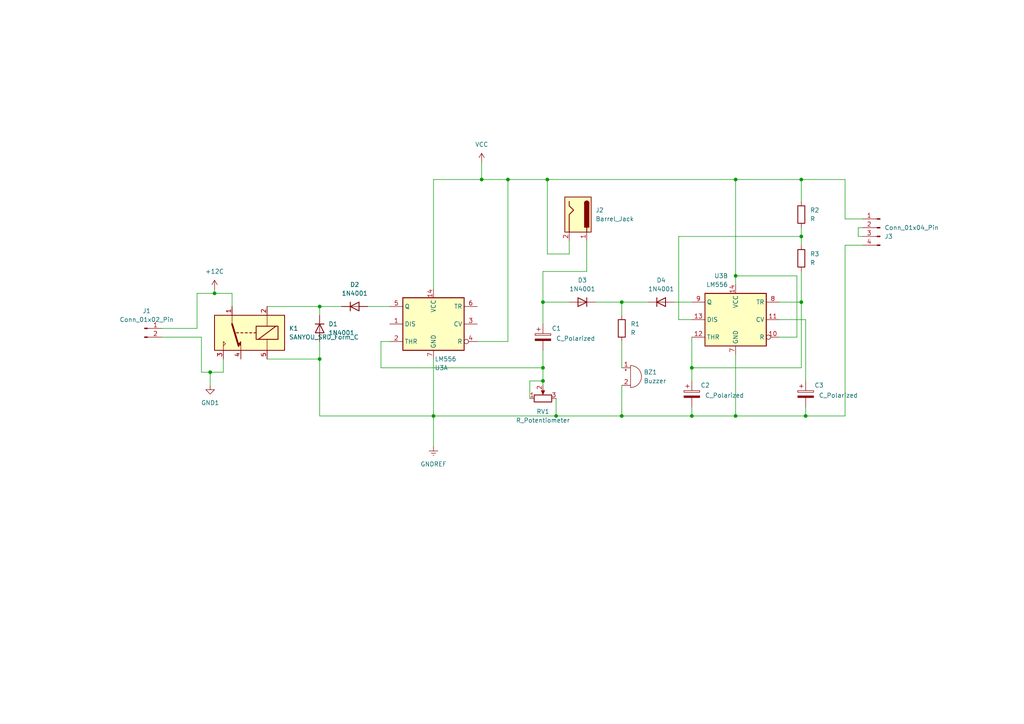
<source format=kicad_sch>
(kicad_sch (version 20230121) (generator eeschema)
  (paper "A4")
  (lib_symbols
    (symbol "Connector:Barrel_Jack" (pin_names (offset 1.016))
      (property "Reference" "J" (at 0 5.334 0))
      (property "Value" "Barrel_Jack" (at 0 -5.08 0))
      (symbol "Barrel_Jack_0_1"
        (rectangle (start -5.08 3.81) (end 5.08 -3.81) (stroke (width 0.254)) (fill (type background)))
        (arc (start -3.302 3.175) (mid -3.9343 2.54) (end -3.302 1.905) (stroke (width 0.254)))
        (arc (start -3.302 3.175) (mid -3.9343 2.54) (end -3.302 1.905) (stroke (width 0.254)) (fill (type outline)))
        (polyline (pts (xy 5.08 2.54) (xy 3.81 2.54)) (stroke (width 0.254)))
        (polyline (pts (xy -3.81 -2.54) (xy -2.54 -2.54) (xy -1.27 -1.27) (xy 0 -2.54) (xy 2.54 -2.54) (xy 5.08 -2.54)) (stroke (width 0.254)))
        (rectangle (start 3.683 3.175) (end -3.302 1.905) (stroke (width 0.254)) (fill (type outline)))
      )
      (symbol "Barrel_Jack_1_1"
        (pin passive line (at 7.62 2.54 180) (length 2.54) (name "~") (number "1"))
        (pin passive line (at 7.62 -2.54 180) (length 2.54) (name "~") (number "2"))
      )
    )
    (symbol "Connector:Conn_01x02_Pin" (pin_names (offset 1.016) hide)
      (property "Reference" "J" (at 0 2.54 0))
      (property "Value" "Conn_01x02_Pin" (at 0 -5.08 0))
      (symbol "Conn_01x02_Pin_1_1"
        (polyline (pts (xy 1.27 -2.54) (xy 0.8636 -2.54)) (stroke (width 0.1524)))
        (polyline (pts (xy 1.27 0) (xy 0.8636 0)) (stroke (width 0.1524)))
        (rectangle (start 0.8636 -2.413) (end 0 -2.667) (stroke (width 0.1524)) (fill (type outline)))
        (rectangle (start 0.8636 0.127) (end 0 -0.127) (stroke (width 0.1524)) (fill (type outline)))
        (pin passive line (at 5.08 0 180) (length 3.81) (name "Pin_1") (number "1"))
        (pin passive line (at 5.08 -2.54 180) (length 3.81) (name "Pin_2") (number "2"))
      )
    )
    (symbol "Connector:Conn_01x04_Pin" (pin_names (offset 1.016) hide)
      (property "Reference" "J" (at 0 5.08 0))
      (property "Value" "Conn_01x04_Pin" (at 0 -7.62 0))
      (symbol "Conn_01x04_Pin_1_1"
        (polyline (pts (xy 1.27 -5.08) (xy 0.8636 -5.08)) (stroke (width 0.1524)))
        (polyline (pts (xy 1.27 -2.54) (xy 0.8636 -2.54)) (stroke (width 0.1524)))
        (polyline (pts (xy 1.27 0) (xy 0.8636 0)) (stroke (width 0.1524)))
        (polyline (pts (xy 1.27 2.54) (xy 0.8636 2.54)) (stroke (width 0.1524)))
        (rectangle (start 0.8636 -4.953) (end 0 -5.207) (stroke (width 0.1524)) (fill (type outline)))
        (rectangle (start 0.8636 -2.413) (end 0 -2.667) (stroke (width 0.1524)) (fill (type outline)))
        (rectangle (start 0.8636 0.127) (end 0 -0.127) (stroke (width 0.1524)) (fill (type outline)))
        (rectangle (start 0.8636 2.667) (end 0 2.413) (stroke (width 0.1524)) (fill (type outline)))
        (pin passive line (at 5.08 2.54 180) (length 3.81) (name "Pin_1") (number "1"))
        (pin passive line (at 5.08 0 180) (length 3.81) (name "Pin_2") (number "2"))
        (pin passive line (at 5.08 -2.54 180) (length 3.81) (name "Pin_3") (number "3"))
        (pin passive line (at 5.08 -5.08 180) (length 3.81) (name "Pin_4") (number "4"))
      )
    )
    (symbol "Device:Buzzer" (pin_names (offset 0.0254) hide)
      (property "Reference" "BZ" (at 3.81 1.27 0))
      (property "Value" "Buzzer" (at 3.81 -1.27 0))
      (symbol "Buzzer_0_1"
        (arc (start 0 -3.175) (mid 3.1612 0) (end 0 3.175))
        (polyline (pts (xy -1.651 1.905) (xy -1.143 1.905)))
        (polyline (pts (xy -1.397 2.159) (xy -1.397 1.651)))
        (polyline (pts (xy 0 3.175) (xy 0 -3.175)))
      )
      (symbol "Buzzer_1_1"
        (pin passive line (at -2.54 2.54 0) (length 2.54) (name "-") (number "1"))
        (pin passive line (at -2.54 -2.54 0) (length 2.54) (name "+") (number "2"))
      )
    )
    (symbol "Device:C_Polarized" (pin_numbers hide) (pin_names (offset 0.254))
      (property "Reference" "C" (at 0.635 2.54 0))
      (property "Value" "C_Polarized" (at 0.635 -2.54 0))
      (symbol "C_Polarized_0_1"
        (rectangle (start -2.286 0.508) (end 2.286 1.016))
        (polyline (pts (xy -1.778 2.286) (xy -0.762 2.286)))
        (polyline (pts (xy -1.27 2.794) (xy -1.27 1.778)))
        (rectangle (start 2.286 -0.508) (end -2.286 -1.016) (fill (type outline)))
      )
      (symbol "C_Polarized_1_1"
        (pin passive line (at 0 3.81 270) (length 2.794) (name "~") (number "1"))
        (pin passive line (at 0 -3.81 90) (length 2.794) (name "~") (number "2"))
      )
    )
    (symbol "Device:R" (pin_numbers hide) (pin_names (offset 0))
      (property "Reference" "R" (at 2.032 0 90))
      (property "Value" "R" (at 0 0 90))
      (symbol "R_0_1"
        (rectangle (start -1.016 -2.54) (end 1.016 2.54) (stroke (width 0.254)))
      )
      (symbol "R_1_1"
        (pin passive line (at 0 3.81 270) (length 1.27) (name "~") (number "1"))
        (pin passive line (at 0 -3.81 90) (length 1.27) (name "~") (number "2"))
      )
    )
    (symbol "Device:R_Potentiometer" (pin_names (offset 1.016) hide)
      (property "Reference" "RV" (at -4.445 0 90))
      (property "Value" "R_Potentiometer" (at -2.54 0 90))
      (symbol "R_Potentiometer_0_1"
        (polyline (pts (xy 2.54 0) (xy 1.524 0)))
        (polyline (pts (xy 1.143 0) (xy 2.286 0.508) (xy 2.286 -0.508) (xy 1.143 0)) (fill (type outline)))
        (rectangle (start 1.016 2.54) (end -1.016 -2.54) (stroke (width 0.254)))
      )
      (symbol "R_Potentiometer_1_1"
        (pin passive line (at 0 3.81 270) (length 1.27) (name "1") (number "1"))
        (pin passive line (at 3.81 0 180) (length 1.27) (name "2") (number "2"))
        (pin passive line (at 0 -3.81 90) (length 1.27) (name "3") (number "3"))
      )
    )
    (symbol "Diode:1N4001" (pin_numbers hide) (pin_names hide)
      (property "Reference" "D" (at 0 2.54 0))
      (property "Value" "1N4001" (at 0 -2.54 0))
      (symbol "1N4001_0_1"
        (polyline (pts (xy -1.27 1.27) (xy -1.27 -1.27)) (stroke (width 0.254)))
        (polyline (pts (xy 1.27 0) (xy -1.27 0)))
        (polyline (pts (xy 1.27 1.27) (xy 1.27 -1.27) (xy -1.27 0) (xy 1.27 1.27)) (stroke (width 0.254)))
      )
      (symbol "1N4001_1_1"
        (pin passive line (at -3.81 0 0) (length 2.54) (name "K") (number "1"))
        (pin passive line (at 3.81 0 180) (length 2.54) (name "A") (number "2"))
      )
    )
    (symbol "Relay:SANYOU_SRD_Form_C"
      (property "Reference" "K" (at 11.43 3.81 0))
      (property "Value" "SANYOU_SRD_Form_C" (at 11.43 1.27 0))
      (symbol "SANYOU_SRD_Form_C_0_0"
        (polyline (pts (xy 7.62 5.08) (xy 7.62 2.54) (xy 6.985 3.175) (xy 7.62 3.81)))
      )
      (symbol "SANYOU_SRD_Form_C_0_1"
        (rectangle (start -10.16 5.08) (end 10.16 -5.08) (stroke (width 0.254)) (fill (type background)))
        (rectangle (start -8.255 1.905) (end -1.905 -1.905) (stroke (width 0.254)))
        (polyline (pts (xy -7.62 -1.905) (xy -2.54 1.905)) (stroke (width 0.254)))
        (polyline (pts (xy -5.08 -5.08) (xy -5.08 -1.905)))
        (polyline (pts (xy -5.08 5.08) (xy -5.08 1.905)))
        (polyline (pts (xy -1.905 0) (xy -1.27 0)) (stroke (width 0.254)))
        (polyline (pts (xy -0.635 0) (xy 0 0)) (stroke (width 0.254)))
        (polyline (pts (xy 0.635 0) (xy 1.27 0)) (stroke (width 0.254)))
        (polyline (pts (xy 1.905 0) (xy 2.54 0)) (stroke (width 0.254)))
        (polyline (pts (xy 3.175 0) (xy 3.81 0)) (stroke (width 0.254)))
        (polyline (pts (xy 5.08 -2.54) (xy 3.175 3.81)) (stroke (width 0.508)))
        (polyline (pts (xy 5.08 -2.54) (xy 5.08 -5.08)))
      )
      (symbol "SANYOU_SRD_Form_C_1_1"
        (polyline (pts (xy 2.54 3.81) (xy 3.175 3.175) (xy 2.54 2.54) (xy 2.54 5.08)) (fill (type outline)))
        (pin passive line (at 5.08 -7.62 90) (length 2.54) (name "~") (number "1"))
        (pin passive line (at -5.08 -7.62 90) (length 2.54) (name "~") (number "2"))
        (pin passive line (at 7.62 7.62 270) (length 2.54) (name "~") (number "3"))
        (pin passive line (at 2.54 7.62 270) (length 2.54) (name "~") (number "4"))
        (pin passive line (at -5.08 7.62 270) (length 2.54) (name "~") (number "5"))
      )
    )
    (symbol "Timer:LM556"
      (property "Reference" "U" (at -10.16 8.89 0))
      (property "Value" "LM556" (at -10.16 -8.89 0))
      (symbol "LM556_0_0"
        (pin power_in line (at 0 10.16 270) (length 2.54) (name "VCC") (number "14"))
        (pin power_in line (at 0 -10.16 90) (length 2.54) (name "GND") (number "7"))
      )
      (symbol "LM556_0_1"
        (rectangle (start -8.89 -7.62) (end 8.89 7.62) (stroke (width 0.254)) (fill (type background)))
        (rectangle (start -8.89 -7.62) (end 8.89 7.62) (stroke (width 0.254)) (fill (type background)))
      )
      (symbol "LM556_1_1"
        (pin input line (at 12.7 0 180) (length 3.81) (name "DIS") (number "1"))
        (pin input line (at 12.7 -5.08 180) (length 3.81) (name "THR") (number "2"))
        (pin input line (at -12.7 0 0) (length 3.81) (name "CV") (number "3"))
        (pin input inverted (at -12.7 -5.08 0) (length 3.81) (name "R") (number "4"))
        (pin output line (at 12.7 5.08 180) (length 3.81) (name "Q") (number "5"))
        (pin input line (at -12.7 5.08 0) (length 3.81) (name "TR") (number "6"))
      )
      (symbol "LM556_2_1"
        (pin input inverted (at -12.7 -5.08 0) (length 3.81) (name "R") (number "10"))
        (pin input line (at -12.7 0 0) (length 3.81) (name "CV") (number "11"))
        (pin input line (at 12.7 -5.08 180) (length 3.81) (name "THR") (number "12"))
        (pin input line (at 12.7 0 180) (length 3.81) (name "DIS") (number "13"))
        (pin input line (at -12.7 5.08 0) (length 3.81) (name "TR") (number "8"))
        (pin output line (at 12.7 5.08 180) (length 3.81) (name "Q") (number "9"))
      )
    )
    (symbol "power:+12C" (power) (pin_names (offset 0))
      (property "Value" "+12C" (at 0 3.81 0))
      (symbol "+12C_0_1"
        (polyline (pts (xy -0.762 1.27) (xy 0 2.54)))
        (polyline (pts (xy 0 0) (xy 0 2.54)))
        (polyline (pts (xy 0 2.54) (xy 0.762 1.27)))
      )
      (symbol "+12C_1_1"
        (pin power_in line (at 0 0 90) (length 0) hide (name "+12C") (number "1"))
      )
    )
    (symbol "power:GND1" (power) (pin_names (offset 0))
      (property "Value" "GND1" (at 0 -3.81 0))
      (symbol "GND1_0_1"
        (polyline (pts (xy 0 0) (xy 0 -1.27) (xy 1.27 -1.27) (xy 0 -2.54) (xy -1.27 -1.27) (xy 0 -1.27)))
      )
      (symbol "GND1_1_1"
        (pin power_in line (at 0 0 270) (length 0) hide (name "GND1") (number "1"))
      )
    )
    (symbol "power:GNDREF" (power) (pin_names (offset 0))
      (property "Value" "GNDREF" (at 0 -3.81 0))
      (symbol "GNDREF_0_1"
        (polyline (pts (xy -0.635 -1.905) (xy 0.635 -1.905)))
        (polyline (pts (xy -0.127 -2.54) (xy 0.127 -2.54)))
        (polyline (pts (xy 0 -1.27) (xy 0 0)))
        (polyline (pts (xy 1.27 -1.27) (xy -1.27 -1.27)))
      )
      (symbol "GNDREF_1_1"
        (pin power_in line (at 0 0 270) (length 0) hide (name "GNDREF") (number "1"))
      )
    )
    (symbol "power:VCC" (power) (pin_names (offset 0))
      (property "Value" "VCC" (at 0 3.81 0))
      (symbol "VCC_0_1"
        (polyline (pts (xy -0.762 1.27) (xy 0 2.54)))
        (polyline (pts (xy 0 0) (xy 0 2.54)))
        (polyline (pts (xy 0 2.54) (xy 0.762 1.27)))
      )
      (symbol "VCC_1_1"
        (pin power_in line (at 0 0 90) (length 0) hide (name "VCC") (number "1"))
      )
    )
  )
  (junction (at 200.66 120.65))
  (junction (at 213.36 80.01))
  (junction (at 232.41 87.63))
  (junction (at 158.75 52.07))
  (junction (at 157.48 106.68))
  (junction (at 60.96 107.95))
  (junction (at 180.34 87.63))
  (junction (at 232.41 68.58))
  (junction (at 180.34 120.65))
  (junction (at 200.66 106.68))
  (junction (at 125.73 120.65))
  (junction (at 233.68 120.65))
  (junction (at 161.29 120.65))
  (junction (at 139.7 52.07))
  (junction (at 92.71 104.14))
  (junction (at 157.48 87.63))
  (junction (at 213.36 52.07))
  (junction (at 62.23 85.09))
  (junction (at 92.71 88.9))
  (junction (at 213.36 120.65))
  (junction (at 147.32 52.07))
  (junction (at 232.41 52.07))
  (junction (at 157.48 110.49))
  (wire (pts (xy 196.85 92.71) (xy 200.66 92.71)))
  (wire (pts (xy 58.42 107.95) (xy 60.96 107.95)))
  (wire (pts (xy 180.34 120.65) (xy 200.66 120.65)))
  (wire (pts (xy 232.41 87.63) (xy 232.41 106.68)))
  (wire (pts (xy 139.7 46.99) (xy 139.7 52.07)))
  (wire (pts (xy 157.48 78.74) (xy 157.48 87.63)))
  (wire (pts (xy 213.36 80.01) (xy 213.36 82.55)))
  (wire (pts (xy 158.75 52.07) (xy 158.75 73.66)))
  (wire (pts (xy 125.73 120.65) (xy 161.29 120.65)))
  (wire (pts (xy 125.73 83.82) (xy 125.73 52.07)))
  (wire (pts (xy 233.68 118.11) (xy 233.68 120.65)))
  (wire (pts (xy 157.48 101.6) (xy 157.48 106.68)))
  (wire (pts (xy 110.49 99.06) (xy 110.49 106.68)))
  (wire (pts (xy 139.7 52.07) (xy 147.32 52.07)))
  (wire (pts (xy 200.66 106.68) (xy 200.66 110.49)))
  (wire (pts (xy 232.41 52.07) (xy 213.36 52.07)))
  (wire (pts (xy 147.32 99.06) (xy 138.43 99.06)))
  (wire (pts (xy 157.48 87.63) (xy 157.48 93.98)))
  (wire (pts (xy 245.11 120.65) (xy 233.68 120.65)))
  (wire (pts (xy 232.41 78.74) (xy 232.41 87.63)))
  (wire (pts (xy 57.15 85.09) (xy 57.15 95.25)))
  (wire (pts (xy 125.73 120.65) (xy 92.71 120.65)))
  (wire (pts (xy 153.67 115.57) (xy 153.67 110.49)))
  (wire (pts (xy 125.73 120.65) (xy 125.73 129.54)))
  (wire (pts (xy 92.71 88.9) (xy 92.71 91.44)))
  (wire (pts (xy 196.85 68.58) (xy 196.85 92.71)))
  (wire (pts (xy 213.36 52.07) (xy 213.36 80.01)))
  (wire (pts (xy 113.03 99.06) (xy 110.49 99.06)))
  (wire (pts (xy 226.06 92.71) (xy 233.68 92.71)))
  (wire (pts (xy 158.75 73.66) (xy 165.1 73.66)))
  (wire (pts (xy 245.11 52.07) (xy 232.41 52.07)))
  (wire (pts (xy 58.42 97.79) (xy 58.42 107.95)))
  (wire (pts (xy 165.1 73.66) (xy 165.1 69.85)))
  (wire (pts (xy 92.71 99.06) (xy 92.71 104.14)))
  (wire (pts (xy 170.18 69.85) (xy 170.18 78.74)))
  (wire (pts (xy 77.47 88.9) (xy 92.71 88.9)))
  (wire (pts (xy 232.41 58.42) (xy 232.41 52.07)))
  (wire (pts (xy 125.73 104.14) (xy 125.73 120.65)))
  (wire (pts (xy 232.41 68.58) (xy 232.41 71.12)))
  (wire (pts (xy 226.06 87.63) (xy 232.41 87.63)))
  (wire (pts (xy 245.11 63.5) (xy 245.11 52.07)))
  (wire (pts (xy 250.19 63.5) (xy 245.11 63.5)))
  (wire (pts (xy 46.99 95.25) (xy 57.15 95.25)))
  (wire (pts (xy 157.48 110.49) (xy 157.48 111.76)))
  (wire (pts (xy 245.11 71.12) (xy 245.11 120.65)))
  (wire (pts (xy 46.99 97.79) (xy 58.42 97.79)))
  (wire (pts (xy 248.92 66.04) (xy 250.19 66.04)))
  (wire (pts (xy 233.68 92.71) (xy 233.68 110.49)))
  (wire (pts (xy 161.29 120.65) (xy 180.34 120.65)))
  (wire (pts (xy 200.66 97.79) (xy 200.66 106.68)))
  (wire (pts (xy 153.67 110.49) (xy 157.48 110.49)))
  (wire (pts (xy 248.92 68.58) (xy 248.92 66.04)))
  (wire (pts (xy 172.72 87.63) (xy 180.34 87.63)))
  (wire (pts (xy 232.41 66.04) (xy 232.41 68.58)))
  (wire (pts (xy 200.66 118.11) (xy 200.66 120.65)))
  (wire (pts (xy 157.48 78.74) (xy 170.18 78.74)))
  (wire (pts (xy 196.85 68.58) (xy 232.41 68.58)))
  (wire (pts (xy 231.14 97.79) (xy 226.06 97.79)))
  (wire (pts (xy 62.23 83.82) (xy 62.23 85.09)))
  (wire (pts (xy 180.34 87.63) (xy 187.96 87.63)))
  (wire (pts (xy 250.19 71.12) (xy 245.11 71.12)))
  (wire (pts (xy 180.34 99.06) (xy 180.34 106.68)))
  (wire (pts (xy 110.49 106.68) (xy 157.48 106.68)))
  (wire (pts (xy 67.31 85.09) (xy 62.23 85.09)))
  (wire (pts (xy 60.96 107.95) (xy 64.77 107.95)))
  (wire (pts (xy 180.34 87.63) (xy 180.34 91.44)))
  (wire (pts (xy 157.48 87.63) (xy 165.1 87.63)))
  (wire (pts (xy 77.47 104.14) (xy 92.71 104.14)))
  (wire (pts (xy 213.36 80.01) (xy 231.14 80.01)))
  (wire (pts (xy 161.29 115.57) (xy 161.29 120.65)))
  (wire (pts (xy 195.58 87.63) (xy 200.66 87.63)))
  (wire (pts (xy 67.31 85.09) (xy 67.31 88.9)))
  (wire (pts (xy 60.96 107.95) (xy 60.96 111.76)))
  (wire (pts (xy 147.32 52.07) (xy 147.32 99.06)))
  (wire (pts (xy 180.34 111.76) (xy 180.34 120.65)))
  (wire (pts (xy 158.75 52.07) (xy 213.36 52.07)))
  (wire (pts (xy 125.73 52.07) (xy 139.7 52.07)))
  (wire (pts (xy 62.23 85.09) (xy 57.15 85.09)))
  (wire (pts (xy 147.32 52.07) (xy 158.75 52.07)))
  (wire (pts (xy 157.48 106.68) (xy 157.48 110.49)))
  (wire (pts (xy 213.36 102.87) (xy 213.36 120.65)))
  (wire (pts (xy 106.68 88.9) (xy 113.03 88.9)))
  (wire (pts (xy 250.19 68.58) (xy 248.92 68.58)))
  (wire (pts (xy 232.41 106.68) (xy 200.66 106.68)))
  (wire (pts (xy 231.14 80.01) (xy 231.14 97.79)))
  (wire (pts (xy 213.36 120.65) (xy 233.68 120.65)))
  (wire (pts (xy 92.71 120.65) (xy 92.71 104.14)))
  (wire (pts (xy 200.66 120.65) (xy 213.36 120.65)))
  (wire (pts (xy 92.71 88.9) (xy 99.06 88.9)))
  (wire (pts (xy 64.77 107.95) (xy 64.77 104.14)))
  (symbol (lib_id "Diode:1N4001") (at 92.71 95.25 270) (unit 1)
    (property "Reference" "D1" (at 95.25 93.98 90) (effects (justify left)))
    (property "Value" "1N4001" (at 95.25 96.52 90) (effects (justify left)))
    (property "Footprint" "Diode_THT:D_DO-41_SOD81_P7.62mm_Horizontal" (effects hide))
    (property "Datasheet" "http://www.vishay.com/docs/88503/1n4001.pdf" (effects hide))
    (property "Sim.Device" "D" (effects hide))
    (property "Sim.Pins" "1=K 2=A" (effects hide))
  )
  (symbol (lib_id "Device:R") (at 232.41 62.23 0) (unit 1)
    (property "Reference" "R2" (at 234.95 60.96 0) (effects (justify left)))
    (property "Value" "R" (at 234.95 63.5 0) (effects (justify left)))
    (property "Footprint" "Resistor_THT:R_Axial_DIN0207_L6.3mm_D2.5mm_P10.16mm_Horizontal" (effects hide))
  )
  (symbol (lib_id "power:GNDREF") (at 125.73 129.54 0) (unit 1)
    (property "Reference" "#PWR03" (effects hide))
    (property "Value" "GNDREF" (at 125.73 134.62 0))
  )
  (symbol (lib_id "Device:R_Potentiometer") (at 157.48 115.57 90) (unit 1)
    (property "Reference" "RV1" (at 157.48 119.38 90))
    (property "Value" "R_Potentiometer" (at 157.48 121.92 90))
    (property "Footprint" "Potentiometer_THT:Potentiometer_Bourns_3296W_Vertical" (effects hide))
  )
  (symbol (lib_id "power:VCC") (at 139.7 46.99 0) (unit 1)
    (property "Reference" "#PWR04" (effects hide))
    (property "Value" "VCC" (at 139.7 41.91 0))
  )
  (symbol (lib_id "Diode:1N4001") (at 168.91 87.63 180) (unit 1)
    (property "Reference" "D3" (at 168.91 81.28 0))
    (property "Value" "1N4001" (at 168.91 83.82 0))
    (property "Footprint" "Diode_THT:D_DO-41_SOD81_P7.62mm_Horizontal" (effects hide))
    (property "Datasheet" "http://www.vishay.com/docs/88503/1n4001.pdf" (effects hide))
    (property "Sim.Device" "D" (effects hide))
    (property "Sim.Pins" "1=K 2=A" (effects hide))
  )
  (symbol (lib_id "power:GND1") (at 60.96 111.76 0) (unit 1)
    (property "Reference" "#PWR01" (effects hide))
    (property "Value" "GND1" (at 60.96 116.84 0))
  )
  (symbol (lib_id "Connector:Barrel_Jack") (at 167.64 62.23 270) (unit 1)
    (property "Reference" "J2" (at 172.72 60.96 90) (effects (justify left)))
    (property "Value" "Barrel_Jack" (at 172.72 63.5 90) (effects (justify left)))
    (property "Footprint" "Connector_JST:JST_EH_B2B-EH-A_1x02_P2.50mm_Vertical" (effects hide))
  )
  (symbol (lib_id "Diode:1N4001") (at 102.87 88.9 0) (unit 1)
    (property "Reference" "D2" (at 102.87 82.55 0))
    (property "Value" "1N4001" (at 102.87 85.09 0))
    (property "Footprint" "Diode_THT:D_DO-41_SOD81_P7.62mm_Horizontal" (effects hide))
    (property "Datasheet" "http://www.vishay.com/docs/88503/1n4001.pdf" (effects hide))
    (property "Sim.Device" "D" (effects hide))
    (property "Sim.Pins" "1=K 2=A" (effects hide))
  )
  (symbol (lib_id "Device:Buzzer") (at 182.88 109.22 0) (unit 1)
    (property "Reference" "BZ1" (at 186.69 107.95 0) (effects (justify left)))
    (property "Value" "Buzzer" (at 186.69 110.49 0) (effects (justify left)))
    (property "Footprint" "Buzzer_Beeper:Buzzer_12x9.5RM7.6" (effects hide))
  )
  (symbol (lib_id "Connector:Conn_01x02_Pin") (at 41.91 95.25 0) (unit 1)
    (property "Reference" "J1" (at 42.545 90.17 0))
    (property "Value" "Conn_01x02_Pin" (at 42.545 92.71 0))
    (property "Footprint" "Connector_JST:JST_EH_B2B-EH-A_1x02_P2.50mm_Vertical" (effects hide))
  )
  (symbol (lib_id "Device:R") (at 180.34 95.25 0) (unit 1)
    (property "Reference" "R1" (at 182.88 93.98 0) (effects (justify left)))
    (property "Value" "R" (at 182.88 96.52 0) (effects (justify left)))
    (property "Footprint" "Resistor_THT:R_Axial_DIN0207_L6.3mm_D2.5mm_P10.16mm_Horizontal" (effects hide))
  )
  (symbol (lib_id "Relay:SANYOU_SRD_Form_C") (at 72.39 96.52 180) (unit 1)
    (property "Reference" "K1" (at 83.82 95.25 0) (effects (justify right)))
    (property "Value" "SANYOU_SRD_Form_C" (at 83.82 97.79 0) (effects (justify right)))
    (property "Footprint" "Relay_THT:Relay_SPDT_SANYOU_SRD_Series_Form_C" (effects hide))
    (property "Datasheet" "http://www.sanyourelay.ca/public/products/pdf/SRD.pdf" (effects hide))
  )
  (symbol (lib_id "Diode:1N4001") (at 191.77 87.63 0) (unit 1)
    (property "Reference" "D4" (at 191.77 81.28 0))
    (property "Value" "1N4001" (at 191.77 83.82 0))
    (property "Footprint" "Diode_THT:D_DO-41_SOD81_P7.62mm_Horizontal" (effects hide))
    (property "Datasheet" "http://www.vishay.com/docs/88503/1n4001.pdf" (effects hide))
    (property "Sim.Device" "D" (effects hide))
    (property "Sim.Pins" "1=K 2=A" (effects hide))
  )
  (symbol (lib_id "power:+12C") (at 62.23 83.82 0) (unit 1)
    (property "Reference" "#PWR02" (effects hide))
    (property "Value" "+12C" (at 62.23 78.74 0))
  )
  (symbol (lib_id "Connector:Conn_01x04_Pin") (at 255.27 66.04 0) (mirror y) (unit 1)
    (property "Reference" "J3" (at 256.54 68.58 0) (effects (justify right)))
    (property "Value" "Conn_01x04_Pin" (at 256.54 66.04 0) (effects (justify right)))
    (property "Footprint" "Connector_JST:JST_EH_B4B-EH-A_1x04_P2.50mm_Vertical" (effects hide))
  )
  (symbol (lib_id "Timer:LM556") (at 125.73 93.98 0) (mirror y) (unit 1)
    (property "Reference" "U3" (at 126.0759 106.68 0) (effects (justify right)))
    (property "Value" "LM556" (at 126.0759 104.14 0) (effects (justify right)))
    (property "Footprint" "Package_DIP:DIP-14_W7.62mm" (effects hide))
    (property "Datasheet" "http://www.ti.com/lit/ds/symlink/lm556.pdf" (effects hide))
  )
  (symbol (lib_id "Device:R") (at 232.41 74.93 0) (unit 1)
    (property "Reference" "R3" (at 234.95 73.66 0) (effects (justify left)))
    (property "Value" "R" (at 234.95 76.2 0) (effects (justify left)))
    (property "Footprint" "Resistor_THT:R_Axial_DIN0207_L6.3mm_D2.5mm_P10.16mm_Horizontal" (effects hide))
  )
  (symbol (lib_id "Device:C_Polarized") (at 233.68 114.3 0) (unit 1)
    (property "Reference" "C3" (at 236.22 111.76 0) (effects (justify left)))
    (property "Value" "C_Polarized" (at 237.49 114.681 0) (effects (justify left)))
    (property "Footprint" "Capacitor_THT:CP_Radial_D5.0mm_P2.50mm" (effects hide))
  )
  (symbol (lib_id "Timer:LM556") (at 213.36 92.71 0) (mirror y) (unit 2)
    (property "Reference" "U3" (at 211.1659 80.01 0) (effects (justify left)))
    (property "Value" "LM556" (at 211.1659 82.55 0) (effects (justify left)))
    (property "Footprint" "Package_DIP:DIP-14_W7.62mm" (effects hide))
    (property "Datasheet" "http://www.ti.com/lit/ds/symlink/lm556.pdf" (effects hide))
  )
  (symbol (lib_id "Device:C_Polarized") (at 157.48 97.79 0) (unit 1)
    (property "Reference" "C1" (at 160.02 95.25 0) (effects (justify left)))
    (property "Value" "C_Polarized" (at 161.29 98.171 0) (effects (justify left)))
    (property "Footprint" "Capacitor_THT:CP_Radial_D8.0mm_P2.50mm" (effects hide))
  )
  (symbol (lib_id "Device:C_Polarized") (at 200.66 114.3 0) (unit 1)
    (property "Reference" "C2" (at 203.2 111.76 0) (effects (justify left)))
    (property "Value" "C_Polarized" (at 204.47 114.681 0) (effects (justify left)))
    (property "Footprint" "Capacitor_THT:CP_Radial_D5.0mm_P2.50mm" (effects hide))
  )
)
</source>
